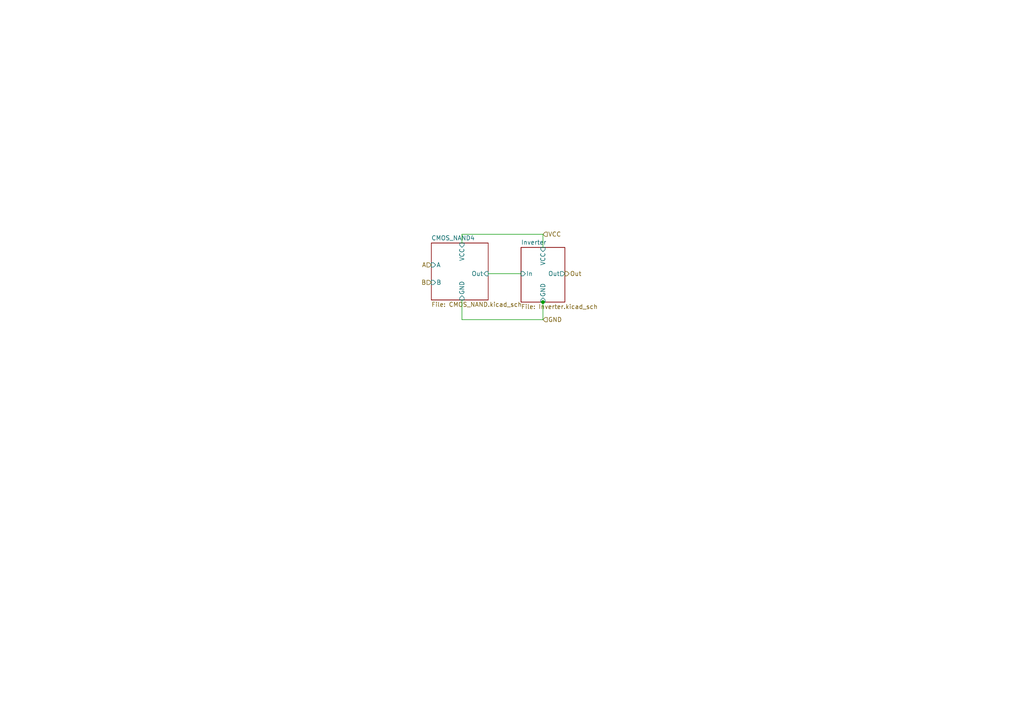
<source format=kicad_sch>
(kicad_sch (version 20230121) (generator eeschema)
  (paper "A4")
  (lib_symbols)
  (junction (at 157.48 87.63))
  (wire (pts (xy 157.48 67.945) (xy 157.48 71.755)))
  (wire (pts (xy 133.985 86.995) (xy 133.985 92.71)))
  (wire (pts (xy 133.985 67.945) (xy 157.48 67.945)))
  (wire (pts (xy 141.605 79.375) (xy 151.13 79.375)))
  (wire (pts (xy 157.48 87.63) (xy 157.48 92.71)))
  (wire (pts (xy 157.48 86.995) (xy 157.48 87.63)))
  (wire (pts (xy 133.985 92.71) (xy 157.48 92.71)))
  (wire (pts (xy 133.985 70.485) (xy 133.985 67.945)))
  (hierarchical_label "B" (shape input) (at 125.095 81.915 180))
  (hierarchical_label "GND" (shape input) (at 157.48 92.71 0))
  (hierarchical_label "Out" (shape output) (at 163.83 79.375 0))
  (hierarchical_label "A" (shape input) (at 125.095 76.835 180))
  (hierarchical_label "VCC" (shape input) (at 157.48 67.945 0))
  (sheet (at 151.13 71.755) (size 12.7 15.875) (stroke (width 0.1524))
    (property "Sheetname" "Inverter" (at 151.13 71.0434 0) (effects (justify left bottom)))
    (property "Sheetfile" "Inverter.kicad_sch" (at 151.13 88.2146 0) (effects (justify left top)))
    (pin "VCC" input (at 157.48 71.755 90))
    (pin "GND" input (at 157.48 87.63 270))
    (pin "Out" output (at 163.83 79.375 0))
    (pin "In" input (at 151.13 79.375 180))
  )
  (sheet (at 125.095 70.485) (size 16.51 16.51) (stroke (width 0.1524))
    (property "Sheetname" "CMOS_NAND4" (at 125.095 69.7734 0) (effects (justify left bottom)))
    (property "Sheetfile" "CMOS_NAND.kicad_sch" (at 125.095 87.5796 0) (effects (justify left top)))
    (pin "B" input (at 125.095 81.915 180))
    (pin "Out" input (at 141.605 79.375 0))
    (pin "GND" input (at 133.985 86.995 270))
    (pin "VCC" input (at 133.985 70.485 90))
    (pin "A" input (at 125.095 76.835 180))
  )
)
</source>
